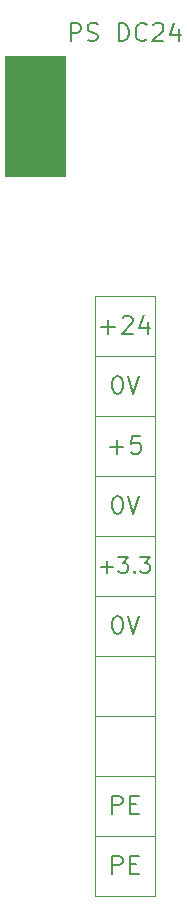
<source format=gbr>
%TF.GenerationSoftware,KiCad,Pcbnew,8.0.4-8.0.4-0~ubuntu22.04.1*%
%TF.CreationDate,2024-08-10T18:45:36+03:00*%
%TF.ProjectId,PM-PS-DC24-front,504d2d50-532d-4444-9332-342d66726f6e,rev?*%
%TF.SameCoordinates,Original*%
%TF.FileFunction,Legend,Top*%
%TF.FilePolarity,Positive*%
%FSLAX46Y46*%
G04 Gerber Fmt 4.6, Leading zero omitted, Abs format (unit mm)*
G04 Created by KiCad (PCBNEW 8.0.4-8.0.4-0~ubuntu22.04.1) date 2024-08-10 18:45:36*
%MOMM*%
%LPD*%
G01*
G04 APERTURE LIST*
%ADD10C,0.100000*%
%ADD11C,0.200000*%
%ADD12R,1.700000X1.700000*%
%ADD13O,1.700000X1.700000*%
G04 APERTURE END LIST*
D10*
X68580000Y-95250000D02*
X73660000Y-95250000D01*
X73660000Y-100330000D01*
X68580000Y-100330000D01*
X68580000Y-95250000D01*
X68580000Y-74930000D02*
X73660000Y-74930000D01*
X73660000Y-80010000D01*
X68580000Y-80010000D01*
X68580000Y-74930000D01*
X68580000Y-80010000D02*
X73660000Y-80010000D01*
X73660000Y-85090000D01*
X68580000Y-85090000D01*
X68580000Y-80010000D01*
X68580000Y-110490000D02*
X73660000Y-110490000D01*
X73660000Y-115570000D01*
X68580000Y-115570000D01*
X68580000Y-110490000D01*
X68580000Y-115570000D02*
X73660000Y-115570000D01*
X73660000Y-120650000D01*
X68580000Y-120650000D01*
X68580000Y-115570000D01*
X68580000Y-120650000D02*
X73660000Y-120650000D01*
X73660000Y-125730000D01*
X68580000Y-125730000D01*
X68580000Y-120650000D01*
X68580000Y-100330000D02*
X73660000Y-100330000D01*
X73660000Y-105410000D01*
X68580000Y-105410000D01*
X68580000Y-100330000D01*
X68580000Y-105410000D02*
X73660000Y-105410000D01*
X73660000Y-110490000D01*
X68580000Y-110490000D01*
X68580000Y-105410000D01*
X68580000Y-85090000D02*
X73660000Y-85090000D01*
X73660000Y-90170000D01*
X68580000Y-90170000D01*
X68580000Y-85090000D01*
X60960000Y-54610000D02*
X66040000Y-54610000D01*
X66040000Y-64770000D01*
X60960000Y-64770000D01*
X60960000Y-54610000D01*
G36*
X60960000Y-54610000D02*
G01*
X66040000Y-54610000D01*
X66040000Y-64770000D01*
X60960000Y-64770000D01*
X60960000Y-54610000D01*
G37*
X68580000Y-90170000D02*
X73660000Y-90170000D01*
X73660000Y-95250000D01*
X68580000Y-95250000D01*
X68580000Y-90170000D01*
D11*
X70405715Y-102053528D02*
X70548572Y-102053528D01*
X70548572Y-102053528D02*
X70691429Y-102124957D01*
X70691429Y-102124957D02*
X70762858Y-102196385D01*
X70762858Y-102196385D02*
X70834286Y-102339242D01*
X70834286Y-102339242D02*
X70905715Y-102624957D01*
X70905715Y-102624957D02*
X70905715Y-102982100D01*
X70905715Y-102982100D02*
X70834286Y-103267814D01*
X70834286Y-103267814D02*
X70762858Y-103410671D01*
X70762858Y-103410671D02*
X70691429Y-103482100D01*
X70691429Y-103482100D02*
X70548572Y-103553528D01*
X70548572Y-103553528D02*
X70405715Y-103553528D01*
X70405715Y-103553528D02*
X70262858Y-103482100D01*
X70262858Y-103482100D02*
X70191429Y-103410671D01*
X70191429Y-103410671D02*
X70120000Y-103267814D01*
X70120000Y-103267814D02*
X70048572Y-102982100D01*
X70048572Y-102982100D02*
X70048572Y-102624957D01*
X70048572Y-102624957D02*
X70120000Y-102339242D01*
X70120000Y-102339242D02*
X70191429Y-102196385D01*
X70191429Y-102196385D02*
X70262858Y-102124957D01*
X70262858Y-102124957D02*
X70405715Y-102053528D01*
X71334286Y-102053528D02*
X71834286Y-103553528D01*
X71834286Y-103553528D02*
X72334286Y-102053528D01*
X69120000Y-77582100D02*
X70262858Y-77582100D01*
X69691429Y-78153528D02*
X69691429Y-77010671D01*
X70905715Y-76796385D02*
X70977143Y-76724957D01*
X70977143Y-76724957D02*
X71120001Y-76653528D01*
X71120001Y-76653528D02*
X71477143Y-76653528D01*
X71477143Y-76653528D02*
X71620001Y-76724957D01*
X71620001Y-76724957D02*
X71691429Y-76796385D01*
X71691429Y-76796385D02*
X71762858Y-76939242D01*
X71762858Y-76939242D02*
X71762858Y-77082100D01*
X71762858Y-77082100D02*
X71691429Y-77296385D01*
X71691429Y-77296385D02*
X70834286Y-78153528D01*
X70834286Y-78153528D02*
X71762858Y-78153528D01*
X73048572Y-77153528D02*
X73048572Y-78153528D01*
X72691429Y-76582100D02*
X72334286Y-77653528D01*
X72334286Y-77653528D02*
X73262857Y-77653528D01*
X70048571Y-123873528D02*
X70048571Y-122373528D01*
X70048571Y-122373528D02*
X70620000Y-122373528D01*
X70620000Y-122373528D02*
X70762857Y-122444957D01*
X70762857Y-122444957D02*
X70834286Y-122516385D01*
X70834286Y-122516385D02*
X70905714Y-122659242D01*
X70905714Y-122659242D02*
X70905714Y-122873528D01*
X70905714Y-122873528D02*
X70834286Y-123016385D01*
X70834286Y-123016385D02*
X70762857Y-123087814D01*
X70762857Y-123087814D02*
X70620000Y-123159242D01*
X70620000Y-123159242D02*
X70048571Y-123159242D01*
X71548571Y-123087814D02*
X72048571Y-123087814D01*
X72262857Y-123873528D02*
X71548571Y-123873528D01*
X71548571Y-123873528D02*
X71548571Y-122373528D01*
X71548571Y-122373528D02*
X72262857Y-122373528D01*
X69834285Y-87742100D02*
X70977143Y-87742100D01*
X70405714Y-88313528D02*
X70405714Y-87170671D01*
X72405714Y-86813528D02*
X71691428Y-86813528D01*
X71691428Y-86813528D02*
X71620000Y-87527814D01*
X71620000Y-87527814D02*
X71691428Y-87456385D01*
X71691428Y-87456385D02*
X71834286Y-87384957D01*
X71834286Y-87384957D02*
X72191428Y-87384957D01*
X72191428Y-87384957D02*
X72334286Y-87456385D01*
X72334286Y-87456385D02*
X72405714Y-87527814D01*
X72405714Y-87527814D02*
X72477143Y-87670671D01*
X72477143Y-87670671D02*
X72477143Y-88027814D01*
X72477143Y-88027814D02*
X72405714Y-88170671D01*
X72405714Y-88170671D02*
X72334286Y-88242100D01*
X72334286Y-88242100D02*
X72191428Y-88313528D01*
X72191428Y-88313528D02*
X71834286Y-88313528D01*
X71834286Y-88313528D02*
X71691428Y-88242100D01*
X71691428Y-88242100D02*
X71620000Y-88170671D01*
X69077142Y-97885766D02*
X70067619Y-97885766D01*
X69572380Y-98381004D02*
X69572380Y-97390528D01*
X70562857Y-97081004D02*
X71367619Y-97081004D01*
X71367619Y-97081004D02*
X70934285Y-97576242D01*
X70934285Y-97576242D02*
X71120000Y-97576242D01*
X71120000Y-97576242D02*
X71243809Y-97638147D01*
X71243809Y-97638147D02*
X71305714Y-97700052D01*
X71305714Y-97700052D02*
X71367619Y-97823861D01*
X71367619Y-97823861D02*
X71367619Y-98133385D01*
X71367619Y-98133385D02*
X71305714Y-98257195D01*
X71305714Y-98257195D02*
X71243809Y-98319100D01*
X71243809Y-98319100D02*
X71120000Y-98381004D01*
X71120000Y-98381004D02*
X70748571Y-98381004D01*
X70748571Y-98381004D02*
X70624762Y-98319100D01*
X70624762Y-98319100D02*
X70562857Y-98257195D01*
X71924761Y-98257195D02*
X71986666Y-98319100D01*
X71986666Y-98319100D02*
X71924761Y-98381004D01*
X71924761Y-98381004D02*
X71862857Y-98319100D01*
X71862857Y-98319100D02*
X71924761Y-98257195D01*
X71924761Y-98257195D02*
X71924761Y-98381004D01*
X72420000Y-97081004D02*
X73224762Y-97081004D01*
X73224762Y-97081004D02*
X72791428Y-97576242D01*
X72791428Y-97576242D02*
X72977143Y-97576242D01*
X72977143Y-97576242D02*
X73100952Y-97638147D01*
X73100952Y-97638147D02*
X73162857Y-97700052D01*
X73162857Y-97700052D02*
X73224762Y-97823861D01*
X73224762Y-97823861D02*
X73224762Y-98133385D01*
X73224762Y-98133385D02*
X73162857Y-98257195D01*
X73162857Y-98257195D02*
X73100952Y-98319100D01*
X73100952Y-98319100D02*
X72977143Y-98381004D01*
X72977143Y-98381004D02*
X72605714Y-98381004D01*
X72605714Y-98381004D02*
X72481905Y-98319100D01*
X72481905Y-98319100D02*
X72420000Y-98257195D01*
X70405715Y-91893528D02*
X70548572Y-91893528D01*
X70548572Y-91893528D02*
X70691429Y-91964957D01*
X70691429Y-91964957D02*
X70762858Y-92036385D01*
X70762858Y-92036385D02*
X70834286Y-92179242D01*
X70834286Y-92179242D02*
X70905715Y-92464957D01*
X70905715Y-92464957D02*
X70905715Y-92822100D01*
X70905715Y-92822100D02*
X70834286Y-93107814D01*
X70834286Y-93107814D02*
X70762858Y-93250671D01*
X70762858Y-93250671D02*
X70691429Y-93322100D01*
X70691429Y-93322100D02*
X70548572Y-93393528D01*
X70548572Y-93393528D02*
X70405715Y-93393528D01*
X70405715Y-93393528D02*
X70262858Y-93322100D01*
X70262858Y-93322100D02*
X70191429Y-93250671D01*
X70191429Y-93250671D02*
X70120000Y-93107814D01*
X70120000Y-93107814D02*
X70048572Y-92822100D01*
X70048572Y-92822100D02*
X70048572Y-92464957D01*
X70048572Y-92464957D02*
X70120000Y-92179242D01*
X70120000Y-92179242D02*
X70191429Y-92036385D01*
X70191429Y-92036385D02*
X70262858Y-91964957D01*
X70262858Y-91964957D02*
X70405715Y-91893528D01*
X71334286Y-91893528D02*
X71834286Y-93393528D01*
X71834286Y-93393528D02*
X72334286Y-91893528D01*
X70048571Y-118793528D02*
X70048571Y-117293528D01*
X70048571Y-117293528D02*
X70620000Y-117293528D01*
X70620000Y-117293528D02*
X70762857Y-117364957D01*
X70762857Y-117364957D02*
X70834286Y-117436385D01*
X70834286Y-117436385D02*
X70905714Y-117579242D01*
X70905714Y-117579242D02*
X70905714Y-117793528D01*
X70905714Y-117793528D02*
X70834286Y-117936385D01*
X70834286Y-117936385D02*
X70762857Y-118007814D01*
X70762857Y-118007814D02*
X70620000Y-118079242D01*
X70620000Y-118079242D02*
X70048571Y-118079242D01*
X71548571Y-118007814D02*
X72048571Y-118007814D01*
X72262857Y-118793528D02*
X71548571Y-118793528D01*
X71548571Y-118793528D02*
X71548571Y-117293528D01*
X71548571Y-117293528D02*
X72262857Y-117293528D01*
X70405715Y-81733528D02*
X70548572Y-81733528D01*
X70548572Y-81733528D02*
X70691429Y-81804957D01*
X70691429Y-81804957D02*
X70762858Y-81876385D01*
X70762858Y-81876385D02*
X70834286Y-82019242D01*
X70834286Y-82019242D02*
X70905715Y-82304957D01*
X70905715Y-82304957D02*
X70905715Y-82662100D01*
X70905715Y-82662100D02*
X70834286Y-82947814D01*
X70834286Y-82947814D02*
X70762858Y-83090671D01*
X70762858Y-83090671D02*
X70691429Y-83162100D01*
X70691429Y-83162100D02*
X70548572Y-83233528D01*
X70548572Y-83233528D02*
X70405715Y-83233528D01*
X70405715Y-83233528D02*
X70262858Y-83162100D01*
X70262858Y-83162100D02*
X70191429Y-83090671D01*
X70191429Y-83090671D02*
X70120000Y-82947814D01*
X70120000Y-82947814D02*
X70048572Y-82662100D01*
X70048572Y-82662100D02*
X70048572Y-82304957D01*
X70048572Y-82304957D02*
X70120000Y-82019242D01*
X70120000Y-82019242D02*
X70191429Y-81876385D01*
X70191429Y-81876385D02*
X70262858Y-81804957D01*
X70262858Y-81804957D02*
X70405715Y-81733528D01*
X71334286Y-81733528D02*
X71834286Y-83233528D01*
X71834286Y-83233528D02*
X72334286Y-81733528D01*
X66512857Y-53388528D02*
X66512857Y-51888528D01*
X66512857Y-51888528D02*
X67084286Y-51888528D01*
X67084286Y-51888528D02*
X67227143Y-51959957D01*
X67227143Y-51959957D02*
X67298572Y-52031385D01*
X67298572Y-52031385D02*
X67370000Y-52174242D01*
X67370000Y-52174242D02*
X67370000Y-52388528D01*
X67370000Y-52388528D02*
X67298572Y-52531385D01*
X67298572Y-52531385D02*
X67227143Y-52602814D01*
X67227143Y-52602814D02*
X67084286Y-52674242D01*
X67084286Y-52674242D02*
X66512857Y-52674242D01*
X67941429Y-53317100D02*
X68155715Y-53388528D01*
X68155715Y-53388528D02*
X68512857Y-53388528D01*
X68512857Y-53388528D02*
X68655715Y-53317100D01*
X68655715Y-53317100D02*
X68727143Y-53245671D01*
X68727143Y-53245671D02*
X68798572Y-53102814D01*
X68798572Y-53102814D02*
X68798572Y-52959957D01*
X68798572Y-52959957D02*
X68727143Y-52817100D01*
X68727143Y-52817100D02*
X68655715Y-52745671D01*
X68655715Y-52745671D02*
X68512857Y-52674242D01*
X68512857Y-52674242D02*
X68227143Y-52602814D01*
X68227143Y-52602814D02*
X68084286Y-52531385D01*
X68084286Y-52531385D02*
X68012857Y-52459957D01*
X68012857Y-52459957D02*
X67941429Y-52317100D01*
X67941429Y-52317100D02*
X67941429Y-52174242D01*
X67941429Y-52174242D02*
X68012857Y-52031385D01*
X68012857Y-52031385D02*
X68084286Y-51959957D01*
X68084286Y-51959957D02*
X68227143Y-51888528D01*
X68227143Y-51888528D02*
X68584286Y-51888528D01*
X68584286Y-51888528D02*
X68798572Y-51959957D01*
X70584285Y-53388528D02*
X70584285Y-51888528D01*
X70584285Y-51888528D02*
X70941428Y-51888528D01*
X70941428Y-51888528D02*
X71155714Y-51959957D01*
X71155714Y-51959957D02*
X71298571Y-52102814D01*
X71298571Y-52102814D02*
X71370000Y-52245671D01*
X71370000Y-52245671D02*
X71441428Y-52531385D01*
X71441428Y-52531385D02*
X71441428Y-52745671D01*
X71441428Y-52745671D02*
X71370000Y-53031385D01*
X71370000Y-53031385D02*
X71298571Y-53174242D01*
X71298571Y-53174242D02*
X71155714Y-53317100D01*
X71155714Y-53317100D02*
X70941428Y-53388528D01*
X70941428Y-53388528D02*
X70584285Y-53388528D01*
X72941428Y-53245671D02*
X72870000Y-53317100D01*
X72870000Y-53317100D02*
X72655714Y-53388528D01*
X72655714Y-53388528D02*
X72512857Y-53388528D01*
X72512857Y-53388528D02*
X72298571Y-53317100D01*
X72298571Y-53317100D02*
X72155714Y-53174242D01*
X72155714Y-53174242D02*
X72084285Y-53031385D01*
X72084285Y-53031385D02*
X72012857Y-52745671D01*
X72012857Y-52745671D02*
X72012857Y-52531385D01*
X72012857Y-52531385D02*
X72084285Y-52245671D01*
X72084285Y-52245671D02*
X72155714Y-52102814D01*
X72155714Y-52102814D02*
X72298571Y-51959957D01*
X72298571Y-51959957D02*
X72512857Y-51888528D01*
X72512857Y-51888528D02*
X72655714Y-51888528D01*
X72655714Y-51888528D02*
X72870000Y-51959957D01*
X72870000Y-51959957D02*
X72941428Y-52031385D01*
X73512857Y-52031385D02*
X73584285Y-51959957D01*
X73584285Y-51959957D02*
X73727143Y-51888528D01*
X73727143Y-51888528D02*
X74084285Y-51888528D01*
X74084285Y-51888528D02*
X74227143Y-51959957D01*
X74227143Y-51959957D02*
X74298571Y-52031385D01*
X74298571Y-52031385D02*
X74370000Y-52174242D01*
X74370000Y-52174242D02*
X74370000Y-52317100D01*
X74370000Y-52317100D02*
X74298571Y-52531385D01*
X74298571Y-52531385D02*
X73441428Y-53388528D01*
X73441428Y-53388528D02*
X74370000Y-53388528D01*
X75655714Y-52388528D02*
X75655714Y-53388528D01*
X75298571Y-51817100D02*
X74941428Y-52888528D01*
X74941428Y-52888528D02*
X75869999Y-52888528D01*
%LPC*%
D12*
%TO.C,J1*%
X66040000Y-96520000D03*
D13*
X63500000Y-96520000D03*
X66040000Y-99060000D03*
X63500000Y-99060000D03*
X66040000Y-101600000D03*
X63500000Y-101600000D03*
X66040000Y-104140000D03*
X63500000Y-104140000D03*
%TD*%
%TO.C,D3*%
X77470000Y-87630000D03*
%TD*%
%TO.C,D2*%
X77470000Y-77470000D03*
%TD*%
%TO.C,D1*%
X77470000Y-97790000D03*
%TD*%
%LPD*%
M02*

</source>
